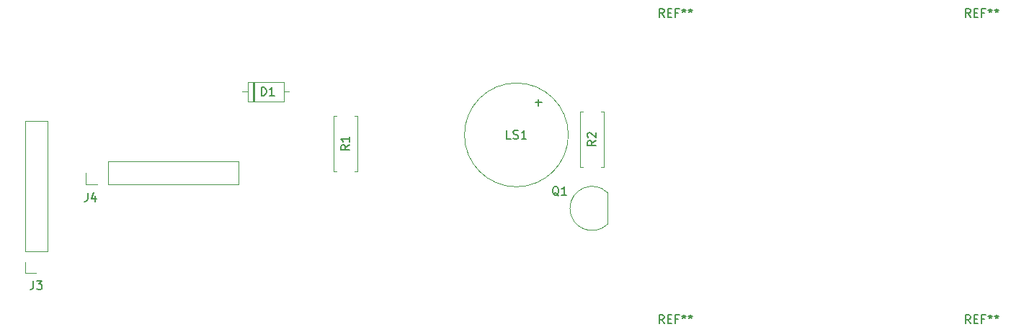
<source format=gto>
G04 #@! TF.GenerationSoftware,KiCad,Pcbnew,5.0.2-bee76a0~70~ubuntu18.04.1*
G04 #@! TF.CreationDate,2019-01-16T04:19:47-08:00*
G04 #@! TF.ProjectId,Marlin_UIBOX,4d61726c-696e-45f5-9549-424f582e6b69,rev?*
G04 #@! TF.SameCoordinates,PX55c0260PY70276d0*
G04 #@! TF.FileFunction,Legend,Top*
G04 #@! TF.FilePolarity,Positive*
%FSLAX46Y46*%
G04 Gerber Fmt 4.6, Leading zero omitted, Abs format (unit mm)*
G04 Created by KiCad (PCBNEW 5.0.2-bee76a0~70~ubuntu18.04.1) date Wed 16 Jan 2019 04:19:47 AM PST*
%MOMM*%
%LPD*%
G01*
G04 APERTURE LIST*
%ADD10C,0.120000*%
%ADD11C,0.150000*%
G04 APERTURE END LIST*
D10*
G04 #@! TO.C,J4*
X37181000Y23440000D02*
X37181000Y26100000D01*
X21881000Y23440000D02*
X37181000Y23440000D01*
X21881000Y26100000D02*
X37181000Y26100000D01*
X21881000Y23440000D02*
X21881000Y26100000D01*
X20611000Y23440000D02*
X19281000Y23440000D01*
X19281000Y23440000D02*
X19281000Y24770000D01*
G04 #@! TO.C,D1*
X38266000Y35410000D02*
X38266000Y33170000D01*
X38266000Y33170000D02*
X42506000Y33170000D01*
X42506000Y33170000D02*
X42506000Y35410000D01*
X42506000Y35410000D02*
X38266000Y35410000D01*
X37616000Y34290000D02*
X38266000Y34290000D01*
X43156000Y34290000D02*
X42506000Y34290000D01*
X38986000Y35410000D02*
X38986000Y33170000D01*
X39106000Y35410000D02*
X39106000Y33170000D01*
X38866000Y35410000D02*
X38866000Y33170000D01*
G04 #@! TO.C,J3*
X14764000Y15552000D02*
X12104000Y15552000D01*
X14764000Y15552000D02*
X14764000Y30852000D01*
X14764000Y30852000D02*
X12104000Y30852000D01*
X12104000Y15552000D02*
X12104000Y30852000D01*
X12104000Y12952000D02*
X12104000Y14282000D01*
X13434000Y12952000D02*
X12104000Y12952000D01*
G04 #@! TO.C,LS1*
X75950000Y29220000D02*
G75*
G03X75950000Y29220000I-6100000J0D01*
G01*
G04 #@! TO.C,Q1*
X80590000Y18774000D02*
X80590000Y22374000D01*
X80578478Y18735522D02*
G75*
G02X76140000Y20574000I-1838478J1838478D01*
G01*
X80578478Y22412478D02*
G75*
G03X76140000Y20574000I-1838478J-1838478D01*
G01*
G04 #@! TO.C,R1*
X51154000Y31464000D02*
X50824000Y31464000D01*
X51154000Y24924000D02*
X51154000Y31464000D01*
X50824000Y24924000D02*
X51154000Y24924000D01*
X48414000Y31464000D02*
X48744000Y31464000D01*
X48414000Y24924000D02*
X48414000Y31464000D01*
X48744000Y24924000D02*
X48414000Y24924000D01*
G04 #@! TO.C,R2*
X79780000Y31972000D02*
X80110000Y31972000D01*
X80110000Y31972000D02*
X80110000Y25432000D01*
X80110000Y25432000D02*
X79780000Y25432000D01*
X77700000Y31972000D02*
X77370000Y31972000D01*
X77370000Y31972000D02*
X77370000Y25432000D01*
X77370000Y25432000D02*
X77700000Y25432000D01*
G04 #@! TO.C,REF\002A\002A*
D11*
X123200666Y7049620D02*
X122867333Y7525810D01*
X122629238Y7049620D02*
X122629238Y8049620D01*
X123010190Y8049620D01*
X123105428Y8002000D01*
X123153047Y7954381D01*
X123200666Y7859143D01*
X123200666Y7716286D01*
X123153047Y7621048D01*
X123105428Y7573429D01*
X123010190Y7525810D01*
X122629238Y7525810D01*
X123629238Y7573429D02*
X123962571Y7573429D01*
X124105428Y7049620D02*
X123629238Y7049620D01*
X123629238Y8049620D01*
X124105428Y8049620D01*
X124867333Y7573429D02*
X124534000Y7573429D01*
X124534000Y7049620D02*
X124534000Y8049620D01*
X125010190Y8049620D01*
X125534000Y8049620D02*
X125534000Y7811524D01*
X125295904Y7906762D02*
X125534000Y7811524D01*
X125772095Y7906762D01*
X125391142Y7621048D02*
X125534000Y7811524D01*
X125676857Y7621048D01*
X126295904Y8049620D02*
X126295904Y7811524D01*
X126057809Y7906762D02*
X126295904Y7811524D01*
X126534000Y7906762D01*
X126153047Y7621048D02*
X126295904Y7811524D01*
X126438761Y7621048D01*
X87200666Y7049620D02*
X86867333Y7525810D01*
X86629238Y7049620D02*
X86629238Y8049620D01*
X87010190Y8049620D01*
X87105428Y8002000D01*
X87153047Y7954381D01*
X87200666Y7859143D01*
X87200666Y7716286D01*
X87153047Y7621048D01*
X87105428Y7573429D01*
X87010190Y7525810D01*
X86629238Y7525810D01*
X87629238Y7573429D02*
X87962571Y7573429D01*
X88105428Y7049620D02*
X87629238Y7049620D01*
X87629238Y8049620D01*
X88105428Y8049620D01*
X88867333Y7573429D02*
X88534000Y7573429D01*
X88534000Y7049620D02*
X88534000Y8049620D01*
X89010190Y8049620D01*
X89534000Y8049620D02*
X89534000Y7811524D01*
X89295904Y7906762D02*
X89534000Y7811524D01*
X89772095Y7906762D01*
X89391142Y7621048D02*
X89534000Y7811524D01*
X89676857Y7621048D01*
X90295904Y8049620D02*
X90295904Y7811524D01*
X90057809Y7906762D02*
X90295904Y7811524D01*
X90534000Y7906762D01*
X90153047Y7621048D02*
X90295904Y7811524D01*
X90438761Y7621048D01*
X123200666Y43049620D02*
X122867333Y43525810D01*
X122629238Y43049620D02*
X122629238Y44049620D01*
X123010190Y44049620D01*
X123105428Y44002000D01*
X123153047Y43954381D01*
X123200666Y43859143D01*
X123200666Y43716286D01*
X123153047Y43621048D01*
X123105428Y43573429D01*
X123010190Y43525810D01*
X122629238Y43525810D01*
X123629238Y43573429D02*
X123962571Y43573429D01*
X124105428Y43049620D02*
X123629238Y43049620D01*
X123629238Y44049620D01*
X124105428Y44049620D01*
X124867333Y43573429D02*
X124534000Y43573429D01*
X124534000Y43049620D02*
X124534000Y44049620D01*
X125010190Y44049620D01*
X125534000Y44049620D02*
X125534000Y43811524D01*
X125295904Y43906762D02*
X125534000Y43811524D01*
X125772095Y43906762D01*
X125391142Y43621048D02*
X125534000Y43811524D01*
X125676857Y43621048D01*
X126295904Y44049620D02*
X126295904Y43811524D01*
X126057809Y43906762D02*
X126295904Y43811524D01*
X126534000Y43906762D01*
X126153047Y43621048D02*
X126295904Y43811524D01*
X126438761Y43621048D01*
X87200666Y43049620D02*
X86867333Y43525810D01*
X86629238Y43049620D02*
X86629238Y44049620D01*
X87010190Y44049620D01*
X87105428Y44002000D01*
X87153047Y43954381D01*
X87200666Y43859143D01*
X87200666Y43716286D01*
X87153047Y43621048D01*
X87105428Y43573429D01*
X87010190Y43525810D01*
X86629238Y43525810D01*
X87629238Y43573429D02*
X87962571Y43573429D01*
X88105428Y43049620D02*
X87629238Y43049620D01*
X87629238Y44049620D01*
X88105428Y44049620D01*
X88867333Y43573429D02*
X88534000Y43573429D01*
X88534000Y43049620D02*
X88534000Y44049620D01*
X89010190Y44049620D01*
X89534000Y44049620D02*
X89534000Y43811524D01*
X89295904Y43906762D02*
X89534000Y43811524D01*
X89772095Y43906762D01*
X89391142Y43621048D02*
X89534000Y43811524D01*
X89676857Y43621048D01*
X90295904Y44049620D02*
X90295904Y43811524D01*
X90057809Y43906762D02*
X90295904Y43811524D01*
X90534000Y43906762D01*
X90153047Y43621048D02*
X90295904Y43811524D01*
X90438761Y43621048D01*
G04 #@! TO.C,J4*
X19478666Y22391620D02*
X19478666Y21677334D01*
X19431047Y21534477D01*
X19335809Y21439239D01*
X19192952Y21391620D01*
X19097714Y21391620D01*
X20383428Y22058286D02*
X20383428Y21391620D01*
X20145333Y22439239D02*
X19907238Y21724953D01*
X20526285Y21724953D01*
G04 #@! TO.C,D1*
X39901904Y33837620D02*
X39901904Y34837620D01*
X40140000Y34837620D01*
X40282857Y34790000D01*
X40378095Y34694762D01*
X40425714Y34599524D01*
X40473333Y34409048D01*
X40473333Y34266191D01*
X40425714Y34075715D01*
X40378095Y33980477D01*
X40282857Y33885239D01*
X40140000Y33837620D01*
X39901904Y33837620D01*
X41425714Y33837620D02*
X40854285Y33837620D01*
X41140000Y33837620D02*
X41140000Y34837620D01*
X41044761Y34694762D01*
X40949523Y34599524D01*
X40854285Y34551905D01*
G04 #@! TO.C,J3*
X13100666Y12059620D02*
X13100666Y11345334D01*
X13053047Y11202477D01*
X12957809Y11107239D01*
X12814952Y11059620D01*
X12719714Y11059620D01*
X13481619Y12059620D02*
X14100666Y12059620D01*
X13767333Y11678667D01*
X13910190Y11678667D01*
X14005428Y11631048D01*
X14053047Y11583429D01*
X14100666Y11488191D01*
X14100666Y11250096D01*
X14053047Y11154858D01*
X14005428Y11107239D01*
X13910190Y11059620D01*
X13624476Y11059620D01*
X13529238Y11107239D01*
X13481619Y11154858D01*
G04 #@! TO.C,LS1*
X69207142Y28757620D02*
X68730952Y28757620D01*
X68730952Y29757620D01*
X69492857Y28805239D02*
X69635714Y28757620D01*
X69873809Y28757620D01*
X69969047Y28805239D01*
X70016666Y28852858D01*
X70064285Y28948096D01*
X70064285Y29043334D01*
X70016666Y29138572D01*
X69969047Y29186191D01*
X69873809Y29233810D01*
X69683333Y29281429D01*
X69588095Y29329048D01*
X69540476Y29376667D01*
X69492857Y29471905D01*
X69492857Y29567143D01*
X69540476Y29662381D01*
X69588095Y29710000D01*
X69683333Y29757620D01*
X69921428Y29757620D01*
X70064285Y29710000D01*
X71016666Y28757620D02*
X70445238Y28757620D01*
X70730952Y28757620D02*
X70730952Y29757620D01*
X70635714Y29614762D01*
X70540476Y29519524D01*
X70445238Y29471905D01*
X72461428Y32649048D02*
X72461428Y33410953D01*
X72842380Y33030000D02*
X72080476Y33030000D01*
G04 #@! TO.C,Q1*
X74834761Y22058381D02*
X74739523Y22106000D01*
X74644285Y22201239D01*
X74501428Y22344096D01*
X74406190Y22391715D01*
X74310952Y22391715D01*
X74358571Y22153620D02*
X74263333Y22201239D01*
X74168095Y22296477D01*
X74120476Y22486953D01*
X74120476Y22820286D01*
X74168095Y23010762D01*
X74263333Y23106000D01*
X74358571Y23153620D01*
X74549047Y23153620D01*
X74644285Y23106000D01*
X74739523Y23010762D01*
X74787142Y22820286D01*
X74787142Y22486953D01*
X74739523Y22296477D01*
X74644285Y22201239D01*
X74549047Y22153620D01*
X74358571Y22153620D01*
X75739523Y22153620D02*
X75168095Y22153620D01*
X75453809Y22153620D02*
X75453809Y23153620D01*
X75358571Y23010762D01*
X75263333Y22915524D01*
X75168095Y22867905D01*
G04 #@! TO.C,R1*
X50236380Y28027334D02*
X49760190Y27694000D01*
X50236380Y27455905D02*
X49236380Y27455905D01*
X49236380Y27836858D01*
X49284000Y27932096D01*
X49331619Y27979715D01*
X49426857Y28027334D01*
X49569714Y28027334D01*
X49664952Y27979715D01*
X49712571Y27932096D01*
X49760190Y27836858D01*
X49760190Y27455905D01*
X50236380Y28979715D02*
X50236380Y28408286D01*
X50236380Y28694000D02*
X49236380Y28694000D01*
X49379238Y28598762D01*
X49474476Y28503524D01*
X49522095Y28408286D01*
G04 #@! TO.C,R2*
X79192380Y28535334D02*
X78716190Y28202000D01*
X79192380Y27963905D02*
X78192380Y27963905D01*
X78192380Y28344858D01*
X78240000Y28440096D01*
X78287619Y28487715D01*
X78382857Y28535334D01*
X78525714Y28535334D01*
X78620952Y28487715D01*
X78668571Y28440096D01*
X78716190Y28344858D01*
X78716190Y27963905D01*
X78287619Y28916286D02*
X78240000Y28963905D01*
X78192380Y29059143D01*
X78192380Y29297239D01*
X78240000Y29392477D01*
X78287619Y29440096D01*
X78382857Y29487715D01*
X78478095Y29487715D01*
X78620952Y29440096D01*
X79192380Y28868667D01*
X79192380Y29487715D01*
G04 #@! TD*
M02*

</source>
